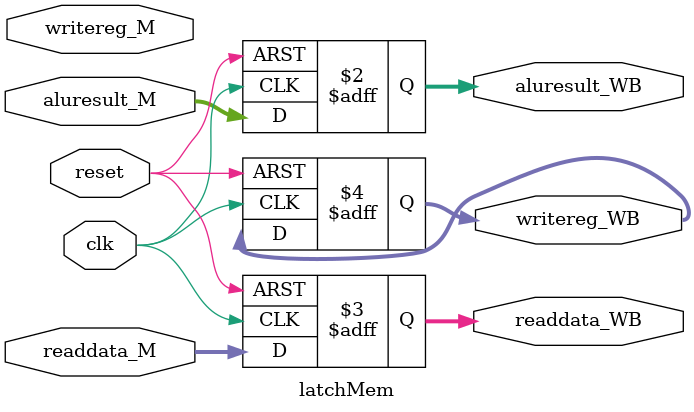
<source format=sv>
module latchMem (input logic clk,
                 input logic reset,
					  input logic [31:0] aluresult_M,
					  input logic [31:0] readdata_M,
					  input logic [4:0] writereg_M,
					  
					  output logic [31:0] aluresult_WB,
					  output logic [31:0] readdata_WB,
					  output logic [4:0] writereg_WB);
		
    always_ff @(posedge clk, posedge reset) begin
	     if (reset) begin
		      aluresult_WB <= 0;
				readdata_WB <= 0;
				writereg_WB <= 0; 
		  end else begin
		          aluresult_WB <= aluresult_M;
					 readdata_WB <= readdata_M;
					 writereg_WB <= writereg_WB;
		      end
	 end
endmodule 
</source>
